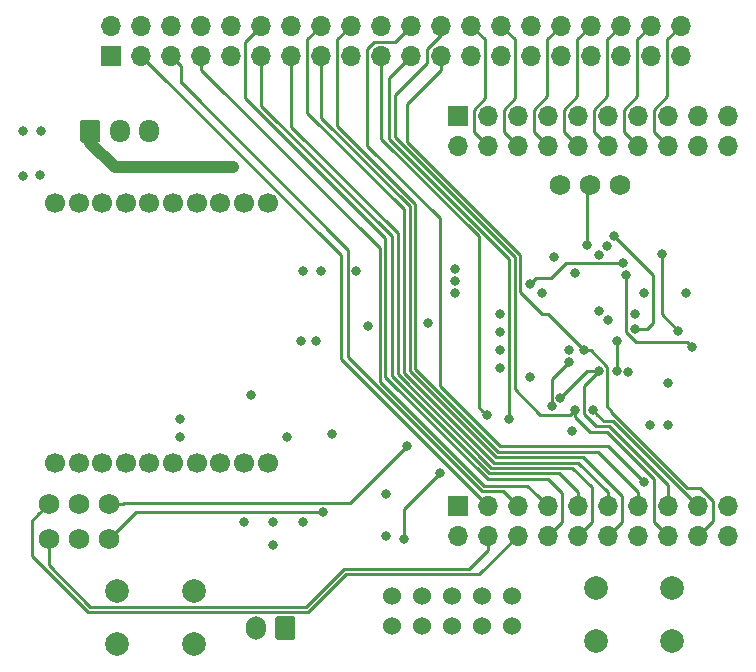
<source format=gbr>
G04 #@! TF.GenerationSoftware,KiCad,Pcbnew,(5.1.5)-3*
G04 #@! TF.CreationDate,2020-11-16T19:58:28+01:00*
G04 #@! TF.ProjectId,bus_raspi,6275735f-7261-4737-9069-2e6b69636164,rev?*
G04 #@! TF.SameCoordinates,Original*
G04 #@! TF.FileFunction,Copper,L4,Bot*
G04 #@! TF.FilePolarity,Positive*
%FSLAX46Y46*%
G04 Gerber Fmt 4.6, Leading zero omitted, Abs format (unit mm)*
G04 Created by KiCad (PCBNEW (5.1.5)-3) date 2020-11-16 19:58:28*
%MOMM*%
%LPD*%
G04 APERTURE LIST*
%ADD10C,1.700000*%
%ADD11C,1.750000*%
%ADD12C,2.000000*%
%ADD13C,1.524000*%
%ADD14O,1.700000X1.950000*%
%ADD15C,0.100000*%
%ADD16O,1.700000X1.700000*%
%ADD17R,1.700000X1.700000*%
%ADD18O,1.700000X2.000000*%
%ADD19C,0.800000*%
%ADD20C,1.000000*%
%ADD21C,0.250000*%
G04 APERTURE END LIST*
D10*
X4000000Y-17500000D03*
X6000000Y-17500000D03*
X8000000Y-17500000D03*
X10000000Y-17500000D03*
X12000000Y-17500000D03*
X14000000Y-17500000D03*
X16000000Y-17500000D03*
X18000000Y-17500000D03*
X20000000Y-17500000D03*
X22000000Y-17500000D03*
X22000000Y-39500000D03*
X20000000Y-39500000D03*
X18000000Y-39500000D03*
X16000000Y-39500000D03*
X14000000Y-39500000D03*
X12000000Y-39500000D03*
X10000000Y-39500000D03*
X8000000Y-39500000D03*
X6000000Y-39500000D03*
X4000000Y-39500000D03*
D11*
X51816000Y-16002000D03*
X49276000Y-16002000D03*
X46736000Y-16002000D03*
X8540000Y-46000000D03*
X6000000Y-46000000D03*
X3460000Y-46000000D03*
X8540000Y-43000000D03*
X6000000Y-43000000D03*
X3460000Y-43000000D03*
D12*
X9248000Y-54864000D03*
X9248000Y-50364000D03*
X15748000Y-54864000D03*
X15748000Y-50364000D03*
X49784000Y-54610000D03*
X49784000Y-50110000D03*
X56284000Y-54610000D03*
X56284000Y-50110000D03*
D13*
X42672000Y-50800000D03*
X42672000Y-53340000D03*
X40132000Y-50800000D03*
X40132000Y-53340000D03*
X37592000Y-50800000D03*
X37592000Y-53340000D03*
X35052000Y-50800000D03*
X35052000Y-53340000D03*
X32512000Y-50800000D03*
X32512000Y-53340000D03*
D14*
X11985000Y-11430000D03*
X9485000Y-11430000D03*
G04 #@! TA.AperFunction,ComponentPad*
D15*
G36*
X7609504Y-10456204D02*
G01*
X7633773Y-10459804D01*
X7657571Y-10465765D01*
X7680671Y-10474030D01*
X7702849Y-10484520D01*
X7723893Y-10497133D01*
X7743598Y-10511747D01*
X7761777Y-10528223D01*
X7778253Y-10546402D01*
X7792867Y-10566107D01*
X7805480Y-10587151D01*
X7815970Y-10609329D01*
X7824235Y-10632429D01*
X7830196Y-10656227D01*
X7833796Y-10680496D01*
X7835000Y-10705000D01*
X7835000Y-12155000D01*
X7833796Y-12179504D01*
X7830196Y-12203773D01*
X7824235Y-12227571D01*
X7815970Y-12250671D01*
X7805480Y-12272849D01*
X7792867Y-12293893D01*
X7778253Y-12313598D01*
X7761777Y-12331777D01*
X7743598Y-12348253D01*
X7723893Y-12362867D01*
X7702849Y-12375480D01*
X7680671Y-12385970D01*
X7657571Y-12394235D01*
X7633773Y-12400196D01*
X7609504Y-12403796D01*
X7585000Y-12405000D01*
X6385000Y-12405000D01*
X6360496Y-12403796D01*
X6336227Y-12400196D01*
X6312429Y-12394235D01*
X6289329Y-12385970D01*
X6267151Y-12375480D01*
X6246107Y-12362867D01*
X6226402Y-12348253D01*
X6208223Y-12331777D01*
X6191747Y-12313598D01*
X6177133Y-12293893D01*
X6164520Y-12272849D01*
X6154030Y-12250671D01*
X6145765Y-12227571D01*
X6139804Y-12203773D01*
X6136204Y-12179504D01*
X6135000Y-12155000D01*
X6135000Y-10705000D01*
X6136204Y-10680496D01*
X6139804Y-10656227D01*
X6145765Y-10632429D01*
X6154030Y-10609329D01*
X6164520Y-10587151D01*
X6177133Y-10566107D01*
X6191747Y-10546402D01*
X6208223Y-10528223D01*
X6226402Y-10511747D01*
X6246107Y-10497133D01*
X6267151Y-10484520D01*
X6289329Y-10474030D01*
X6312429Y-10465765D01*
X6336227Y-10459804D01*
X6360496Y-10456204D01*
X6385000Y-10455000D01*
X7585000Y-10455000D01*
X7609504Y-10456204D01*
G37*
G04 #@! TD.AperFunction*
D16*
X60960000Y-12700000D03*
X60960000Y-10160000D03*
X58420000Y-12700000D03*
X58420000Y-10160000D03*
X55880000Y-12700000D03*
X55880000Y-10160000D03*
X53340000Y-12700000D03*
X53340000Y-10160000D03*
X50800000Y-12700000D03*
X50800000Y-10160000D03*
X48260000Y-12700000D03*
X48260000Y-10160000D03*
X45720000Y-12700000D03*
X45720000Y-10160000D03*
X43180000Y-12700000D03*
X43180000Y-10160000D03*
X40640000Y-12700000D03*
X40640000Y-10160000D03*
X38100000Y-12700000D03*
D17*
X38100000Y-10160000D03*
D16*
X60960000Y-45720000D03*
X60960000Y-43180000D03*
X58420000Y-45720000D03*
X58420000Y-43180000D03*
X55880000Y-45720000D03*
X55880000Y-43180000D03*
X53340000Y-45720000D03*
X53340000Y-43180000D03*
X50800000Y-45720000D03*
X50800000Y-43180000D03*
X48260000Y-45720000D03*
X48260000Y-43180000D03*
X45720000Y-45720000D03*
X45720000Y-43180000D03*
X43180000Y-45720000D03*
X43180000Y-43180000D03*
X40640000Y-45720000D03*
X40640000Y-43180000D03*
X38100000Y-45720000D03*
D17*
X38100000Y-43180000D03*
D16*
X57010000Y-2490000D03*
X57010000Y-5030000D03*
X54470000Y-2490000D03*
X54470000Y-5030000D03*
X51930000Y-2490000D03*
X51930000Y-5030000D03*
X49390000Y-2490000D03*
X49390000Y-5030000D03*
X46850000Y-2490000D03*
X46850000Y-5030000D03*
X44310000Y-2490000D03*
X44310000Y-5030000D03*
X41770000Y-2490000D03*
X41770000Y-5030000D03*
X39230000Y-2490000D03*
X39230000Y-5030000D03*
X36690000Y-2490000D03*
X36690000Y-5030000D03*
X34150000Y-2490000D03*
X34150000Y-5030000D03*
X31610000Y-2490000D03*
X31610000Y-5030000D03*
X29070000Y-2490000D03*
X29070000Y-5030000D03*
X26530000Y-2490000D03*
X26530000Y-5030000D03*
X23990000Y-2490000D03*
X23990000Y-5030000D03*
X21450000Y-2490000D03*
X21450000Y-5030000D03*
X18910000Y-2490000D03*
X18910000Y-5030000D03*
X16370000Y-2490000D03*
X16370000Y-5030000D03*
X13830000Y-2490000D03*
X13830000Y-5030000D03*
X11290000Y-2490000D03*
X11290000Y-5030000D03*
X8750000Y-2490000D03*
D17*
X8750000Y-5030000D03*
D18*
X21000000Y-53500000D03*
G04 #@! TA.AperFunction,ComponentPad*
D15*
G36*
X24124504Y-52501204D02*
G01*
X24148773Y-52504804D01*
X24172571Y-52510765D01*
X24195671Y-52519030D01*
X24217849Y-52529520D01*
X24238893Y-52542133D01*
X24258598Y-52556747D01*
X24276777Y-52573223D01*
X24293253Y-52591402D01*
X24307867Y-52611107D01*
X24320480Y-52632151D01*
X24330970Y-52654329D01*
X24339235Y-52677429D01*
X24345196Y-52701227D01*
X24348796Y-52725496D01*
X24350000Y-52750000D01*
X24350000Y-54250000D01*
X24348796Y-54274504D01*
X24345196Y-54298773D01*
X24339235Y-54322571D01*
X24330970Y-54345671D01*
X24320480Y-54367849D01*
X24307867Y-54388893D01*
X24293253Y-54408598D01*
X24276777Y-54426777D01*
X24258598Y-54443253D01*
X24238893Y-54457867D01*
X24217849Y-54470480D01*
X24195671Y-54480970D01*
X24172571Y-54489235D01*
X24148773Y-54495196D01*
X24124504Y-54498796D01*
X24100000Y-54500000D01*
X22900000Y-54500000D01*
X22875496Y-54498796D01*
X22851227Y-54495196D01*
X22827429Y-54489235D01*
X22804329Y-54480970D01*
X22782151Y-54470480D01*
X22761107Y-54457867D01*
X22741402Y-54443253D01*
X22723223Y-54426777D01*
X22706747Y-54408598D01*
X22692133Y-54388893D01*
X22679520Y-54367849D01*
X22669030Y-54345671D01*
X22660765Y-54322571D01*
X22654804Y-54298773D01*
X22651204Y-54274504D01*
X22650000Y-54250000D01*
X22650000Y-52750000D01*
X22651204Y-52725496D01*
X22654804Y-52701227D01*
X22660765Y-52677429D01*
X22669030Y-52654329D01*
X22679520Y-52632151D01*
X22692133Y-52611107D01*
X22706747Y-52591402D01*
X22723223Y-52573223D01*
X22741402Y-52556747D01*
X22761107Y-52542133D01*
X22782151Y-52529520D01*
X22804329Y-52519030D01*
X22827429Y-52510765D01*
X22851227Y-52504804D01*
X22875496Y-52501204D01*
X22900000Y-52500000D01*
X24100000Y-52500000D01*
X24124504Y-52501204D01*
G37*
G04 #@! TD.AperFunction*
D19*
X14605000Y-35814000D03*
X1270000Y-15240000D03*
X22500000Y-44500000D03*
X22500000Y-46500000D03*
X25000000Y-44500000D03*
X20000000Y-44500000D03*
X20574000Y-33782000D03*
X26098500Y-29210000D03*
X25019000Y-23241000D03*
X26543000Y-23304500D03*
X29527500Y-23304500D03*
X2735601Y-15181601D03*
X35560000Y-27686000D03*
X32004000Y-42164000D03*
X41656000Y-31496000D03*
X41656000Y-29972000D03*
X41656000Y-28448000D03*
X47498000Y-29972000D03*
X52545088Y-31793931D03*
X46228000Y-22098000D03*
X48015966Y-23449989D03*
X57404000Y-25146000D03*
X55880000Y-36322000D03*
X54356000Y-36322000D03*
X53086000Y-26924000D03*
X30479986Y-27940000D03*
X27432000Y-37084000D03*
X14605000Y-37338000D03*
X23622000Y-37338000D03*
X24828500Y-29210000D03*
X32004000Y-45720000D03*
X41656000Y-26924000D03*
X55880000Y-32766000D03*
X53848000Y-25146000D03*
X45212000Y-25146000D03*
X44196000Y-32280990D03*
X1270000Y-11430000D03*
X2794000Y-11430000D03*
X37846000Y-25146000D03*
X37846000Y-24130000D03*
X37846000Y-23114000D03*
X19050000Y-14478000D03*
X18034000Y-14478000D03*
X17018000Y-14478000D03*
X48006000Y-35052000D03*
X49530000Y-35052008D03*
X42418000Y-35814000D03*
X50038000Y-31750000D03*
X46789204Y-33985467D03*
X40554908Y-35484228D03*
X51312110Y-20313745D03*
X53090653Y-28189347D03*
X55372000Y-21844000D03*
X56764347Y-28325653D03*
X33782000Y-38100000D03*
X26670000Y-43688000D03*
X52070000Y-22606000D03*
X44196000Y-24384000D03*
X50038000Y-21881000D03*
X50038000Y-26670000D03*
X46064125Y-34674136D03*
X47498000Y-30988000D03*
X48783322Y-29972000D03*
X53848000Y-41148000D03*
X57912000Y-29718000D03*
X52324000Y-23622000D03*
X33553500Y-45948500D03*
X36576000Y-40386000D03*
X47752000Y-36830000D03*
X51562000Y-29235000D03*
X51546083Y-31749289D03*
X50763000Y-21149497D03*
X50800000Y-27432000D03*
X49022000Y-21082000D03*
D20*
X6985000Y-12405000D02*
X6985000Y-11430000D01*
X9058000Y-14478000D02*
X6985000Y-12405000D01*
X19050000Y-14478000D02*
X18034000Y-14478000D01*
X18034000Y-14478000D02*
X17018000Y-14478000D01*
X17018000Y-14478000D02*
X9058000Y-14478000D01*
D21*
X35514999Y-4465999D02*
X36690000Y-3290998D01*
X36690000Y-3290998D02*
X36690000Y-2490000D01*
X32766000Y-8382000D02*
X35514999Y-5633001D01*
X35514999Y-5633001D02*
X35514999Y-4465999D01*
X48006000Y-35052000D02*
X47606001Y-35451999D01*
X42926000Y-33274000D02*
X42926000Y-22095180D01*
X45103999Y-35451999D02*
X42926000Y-33274000D01*
X32766000Y-11935180D02*
X32766000Y-8382000D01*
X47606001Y-35451999D02*
X45103999Y-35451999D01*
X42926000Y-22095180D02*
X32766000Y-11935180D01*
X48006000Y-35617685D02*
X49261349Y-36873034D01*
X54704999Y-44544999D02*
X55030001Y-44870001D01*
X48006000Y-35052000D02*
X48006000Y-35617685D01*
X55030001Y-44870001D02*
X55880000Y-45720000D01*
X49261349Y-36873034D02*
X50714624Y-36873034D01*
X54704999Y-40863409D02*
X54704999Y-44544999D01*
X50714624Y-36873034D02*
X54704999Y-40863409D01*
X42418000Y-22223590D02*
X42418000Y-35248315D01*
X32258000Y-12063590D02*
X42418000Y-22223590D01*
X32258000Y-6922000D02*
X32258000Y-12063590D01*
X42418000Y-35248315D02*
X42418000Y-35814000D01*
X34150000Y-5030000D02*
X32258000Y-6922000D01*
X58420000Y-43180000D02*
X51213012Y-35973012D01*
X50451004Y-35973012D02*
X49929999Y-35452007D01*
X51213012Y-35973012D02*
X50451004Y-35973012D01*
X49929999Y-35452007D02*
X49530000Y-35052008D01*
X50038000Y-31750000D02*
X49024671Y-31750000D01*
X49024671Y-31750000D02*
X46789204Y-33985467D01*
X31610000Y-5030000D02*
X31610000Y-12052000D01*
X31610000Y-12052000D02*
X39878000Y-20320000D01*
X39878000Y-20320000D02*
X39878000Y-34807320D01*
X39878000Y-34807320D02*
X40154909Y-35084229D01*
X40154909Y-35084229D02*
X40554908Y-35484228D01*
X48768000Y-35363010D02*
X48768000Y-33020000D01*
X55880000Y-43180000D02*
X55880000Y-41402000D01*
X49828013Y-36423023D02*
X48768000Y-35363010D01*
X48768000Y-33020000D02*
X49638001Y-32149999D01*
X49638001Y-32149999D02*
X50038000Y-31750000D01*
X50901023Y-36423023D02*
X49828013Y-36423023D01*
X55880000Y-41402000D02*
X50901023Y-36423023D01*
X51312110Y-20324110D02*
X51312110Y-20313745D01*
X54610000Y-23622000D02*
X51312110Y-20324110D01*
X54610000Y-27686000D02*
X54610000Y-23622000D01*
X53090653Y-28189347D02*
X54106653Y-28189347D01*
X54106653Y-28189347D02*
X54610000Y-27686000D01*
X55372000Y-21844000D02*
X55372000Y-26933306D01*
X55372000Y-26933306D02*
X56764347Y-28325653D01*
X9777436Y-43000000D02*
X9851436Y-42926000D01*
X8540000Y-43000000D02*
X9777436Y-43000000D01*
X9851436Y-42926000D02*
X28956000Y-42926000D01*
X28956000Y-42926000D02*
X33782000Y-38100000D01*
X10852000Y-43688000D02*
X8540000Y-46000000D01*
X26670000Y-43688000D02*
X10852000Y-43688000D01*
X52070000Y-22606000D02*
X47244000Y-22606000D01*
X47244000Y-22606000D02*
X45974000Y-23876000D01*
X45974000Y-23876000D02*
X44704000Y-23876000D01*
X44704000Y-23876000D02*
X44196000Y-24384000D01*
X46064125Y-34674136D02*
X46064125Y-32421875D01*
X46064125Y-32421875D02*
X47498000Y-30988000D01*
X55030001Y-11850001D02*
X55880000Y-12700000D01*
X54704999Y-9595999D02*
X54704999Y-11524999D01*
X55834999Y-8465999D02*
X54704999Y-9595999D01*
X54704999Y-11524999D02*
X55030001Y-11850001D01*
X55834999Y-3665001D02*
X55834999Y-8465999D01*
X57010000Y-2490000D02*
X55834999Y-3665001D01*
X52164999Y-11524999D02*
X52490001Y-11850001D01*
X52164999Y-9595999D02*
X52164999Y-11524999D01*
X53294999Y-8465999D02*
X52164999Y-9595999D01*
X53294999Y-3665001D02*
X53294999Y-8465999D01*
X52490001Y-11850001D02*
X53340000Y-12700000D01*
X54470000Y-2490000D02*
X53294999Y-3665001D01*
X49950001Y-11850001D02*
X50800000Y-12700000D01*
X49624999Y-11524999D02*
X49950001Y-11850001D01*
X50754999Y-8465999D02*
X49624999Y-9595999D01*
X49624999Y-9595999D02*
X49624999Y-11524999D01*
X50754999Y-3665001D02*
X50754999Y-8465999D01*
X51930000Y-2490000D02*
X50754999Y-3665001D01*
X47410001Y-11850001D02*
X48260000Y-12700000D01*
X47084999Y-11524999D02*
X47410001Y-11850001D01*
X47084999Y-9595999D02*
X47084999Y-11524999D01*
X48214999Y-8465999D02*
X47084999Y-9595999D01*
X48214999Y-3665001D02*
X48214999Y-8465999D01*
X49390000Y-2490000D02*
X48214999Y-3665001D01*
X44870001Y-11850001D02*
X45720000Y-12700000D01*
X44544999Y-11524999D02*
X44870001Y-11850001D01*
X44544999Y-9595999D02*
X44544999Y-11524999D01*
X45674999Y-8465999D02*
X44544999Y-9595999D01*
X45674999Y-3665001D02*
X45674999Y-8465999D01*
X46850000Y-2490000D02*
X45674999Y-3665001D01*
X42330001Y-11850001D02*
X43180000Y-12700000D01*
X42004999Y-11524999D02*
X42330001Y-11850001D01*
X42004999Y-9595999D02*
X42004999Y-11524999D01*
X42945001Y-8655997D02*
X42004999Y-9595999D01*
X42945001Y-3665001D02*
X42945001Y-8655997D01*
X41770000Y-2490000D02*
X42945001Y-3665001D01*
X39790001Y-11850001D02*
X40640000Y-12700000D01*
X39464999Y-11524999D02*
X39790001Y-11850001D01*
X39464999Y-9595999D02*
X39464999Y-11524999D01*
X40405001Y-8655997D02*
X39464999Y-9595999D01*
X40405001Y-3665001D02*
X40405001Y-8655997D01*
X39230000Y-2490000D02*
X40405001Y-3665001D01*
X48383323Y-29572001D02*
X48783322Y-29972000D01*
X45212000Y-26924000D02*
X45735322Y-26924000D01*
X36690000Y-6232081D02*
X33782000Y-9140081D01*
X33782000Y-9140081D02*
X33782000Y-12314770D01*
X45735322Y-26924000D02*
X48383323Y-29572001D01*
X43376010Y-21908780D02*
X43376010Y-25088010D01*
X33782000Y-12314770D02*
X43376010Y-21908780D01*
X36690000Y-5030000D02*
X36690000Y-6232081D01*
X43376010Y-25088010D02*
X45212000Y-26924000D01*
X51054000Y-35052000D02*
X50763002Y-34761002D01*
X50763002Y-31385995D02*
X49349007Y-29972000D01*
X50763002Y-34761002D02*
X50763002Y-31385995D01*
X59690000Y-44450000D02*
X59690000Y-42710998D01*
X58420000Y-45720000D02*
X59690000Y-44450000D01*
X58635002Y-41656000D02*
X57532410Y-41656000D01*
X49349007Y-29972000D02*
X48783322Y-29972000D01*
X59690000Y-42710998D02*
X58635002Y-41656000D01*
X51054000Y-35177590D02*
X51054000Y-35052000D01*
X57532410Y-41656000D02*
X51054000Y-35177590D01*
X50800000Y-38100000D02*
X53848000Y-41148000D01*
X41656000Y-38100000D02*
X50800000Y-38100000D01*
X36576000Y-33020000D02*
X41656000Y-38100000D01*
X32785001Y-3854999D02*
X31045999Y-3854999D01*
X34150000Y-2490000D02*
X32785001Y-3854999D01*
X30434999Y-4465999D02*
X30434999Y-12654999D01*
X31045999Y-3854999D02*
X30434999Y-4465999D01*
X36576000Y-18796000D02*
X36576000Y-33020000D01*
X30434999Y-12654999D02*
X36576000Y-18796000D01*
X27894999Y-11002589D02*
X34486010Y-17593600D01*
X41505550Y-38585961D02*
X49948042Y-38585961D01*
X27894999Y-3665001D02*
X27894999Y-11002589D01*
X29070000Y-2490000D02*
X27894999Y-3665001D01*
X34486010Y-17593600D02*
X34486010Y-31566421D01*
X49948042Y-38585961D02*
X53340000Y-41977919D01*
X53340000Y-41977919D02*
X53340000Y-43180000D01*
X34486010Y-31566421D02*
X41505550Y-38585961D01*
X33528000Y-31881233D02*
X41132750Y-39485983D01*
X48308064Y-39485983D02*
X50800000Y-41977919D01*
X25354999Y-9860999D02*
X33528000Y-18034000D01*
X50800000Y-41977919D02*
X50800000Y-43180000D01*
X33528000Y-18034000D02*
X33528000Y-31881233D01*
X25354999Y-3665001D02*
X25354999Y-9860999D01*
X26530000Y-2490000D02*
X25354999Y-3665001D01*
X41132750Y-39485983D02*
X48308064Y-39485983D01*
X34035999Y-31752821D02*
X34035999Y-17779999D01*
X50800000Y-45720000D02*
X51975001Y-44544999D01*
X26530000Y-10274000D02*
X26530000Y-6232081D01*
X26530000Y-6232081D02*
X26530000Y-5030000D01*
X34035999Y-17779999D02*
X26530000Y-10274000D01*
X41319150Y-39035972D02*
X34035999Y-31752821D01*
X48687972Y-39035972D02*
X41319150Y-39035972D01*
X51975001Y-44544999D02*
X51975001Y-42323001D01*
X51975001Y-42323001D02*
X48687972Y-39035972D01*
X47809994Y-39935994D02*
X40946350Y-39935994D01*
X48260000Y-45720000D02*
X49435001Y-44544999D01*
X49435001Y-44544999D02*
X49435001Y-41561001D01*
X33020000Y-32009644D02*
X33020000Y-20066000D01*
X33020000Y-20066000D02*
X23990000Y-11036000D01*
X23990000Y-11036000D02*
X23990000Y-6232081D01*
X40946350Y-39935994D02*
X33020000Y-32009644D01*
X23990000Y-6232081D02*
X23990000Y-5030000D01*
X49435001Y-41561001D02*
X47809994Y-39935994D01*
X31946010Y-32208476D02*
X31946010Y-20516010D01*
X46895001Y-44544999D02*
X46895001Y-42069001D01*
X20085001Y-8655001D02*
X20085001Y-3854999D01*
X45720000Y-40894000D02*
X40631534Y-40894000D01*
X40631534Y-40894000D02*
X31946010Y-32208476D01*
X20600001Y-3339999D02*
X21450000Y-2490000D01*
X46895001Y-42069001D02*
X45720000Y-40894000D01*
X20085001Y-3854999D02*
X20600001Y-3339999D01*
X45720000Y-45720000D02*
X46895001Y-44544999D01*
X31946010Y-20516010D02*
X20085001Y-8655001D01*
X21450000Y-5030000D02*
X21450000Y-9258000D01*
X21450000Y-9258000D02*
X32512000Y-20320000D01*
X46668086Y-40386005D02*
X48260000Y-41977919D01*
X48260000Y-41977919D02*
X48260000Y-43180000D01*
X32512000Y-32138055D02*
X40759950Y-40386005D01*
X32512000Y-20320000D02*
X32512000Y-32138055D01*
X40759950Y-40386005D02*
X46668086Y-40386005D01*
X28634399Y-48964011D02*
X25459400Y-52139011D01*
X2032000Y-44428000D02*
X2585001Y-43874999D01*
X2032000Y-47372410D02*
X2032000Y-44428000D01*
X43180000Y-45720000D02*
X39935990Y-48964010D01*
X6798600Y-52139011D02*
X2032000Y-47372410D01*
X2585001Y-43874999D02*
X3460000Y-43000000D01*
X25459400Y-52139011D02*
X6798600Y-52139011D01*
X39935990Y-48964010D02*
X28634399Y-48964011D01*
X3460000Y-48164000D02*
X3460000Y-46000000D01*
X25273000Y-51689000D02*
X6985000Y-51689000D01*
X28448000Y-48514000D02*
X25273000Y-51689000D01*
X6985000Y-51689000D02*
X3460000Y-48164000D01*
X40640000Y-45720000D02*
X40640000Y-46922081D01*
X40640000Y-46922081D02*
X39048081Y-48514000D01*
X39048081Y-48514000D02*
X28448000Y-48514000D01*
X16370000Y-6232081D02*
X31496000Y-21358081D01*
X16370000Y-5030000D02*
X16370000Y-6232081D01*
X31496000Y-21358081D02*
X31496000Y-32637590D01*
X40318400Y-41459990D02*
X43999990Y-41459990D01*
X44870001Y-42330001D02*
X45720000Y-43180000D01*
X43999990Y-41459990D02*
X44870001Y-42330001D01*
X31496000Y-32637590D02*
X40318400Y-41459990D01*
X40132000Y-41910000D02*
X41910000Y-41910000D01*
X28802499Y-30580499D02*
X40132000Y-41910000D01*
X14679999Y-5879999D02*
X14679999Y-7313999D01*
X13830000Y-5030000D02*
X14679999Y-5879999D01*
X14732000Y-7366000D02*
X28802499Y-21506497D01*
X14679999Y-7313999D02*
X14732000Y-7366000D01*
X41910000Y-41910000D02*
X43180000Y-43180000D01*
X28802499Y-21506497D02*
X28802499Y-30580499D01*
X28194000Y-21934000D02*
X28194000Y-30734000D01*
X11290000Y-5030000D02*
X28194000Y-21934000D01*
X28194000Y-30734000D02*
X40640000Y-43180000D01*
X57512001Y-29318001D02*
X53194001Y-29318001D01*
X57912000Y-29718000D02*
X57512001Y-29318001D01*
X52324000Y-28448000D02*
X52324000Y-23622000D01*
X53194001Y-29318001D02*
X52324000Y-28448000D01*
X33553500Y-45948500D02*
X33553500Y-43408500D01*
X33553500Y-43408500D02*
X36576000Y-40386000D01*
X51562000Y-29235000D02*
X51562000Y-31733372D01*
X51562000Y-31733372D02*
X51546083Y-31749289D01*
X49022000Y-16002000D02*
X49276000Y-15748000D01*
X49022000Y-21082000D02*
X49022000Y-16002000D01*
M02*

</source>
